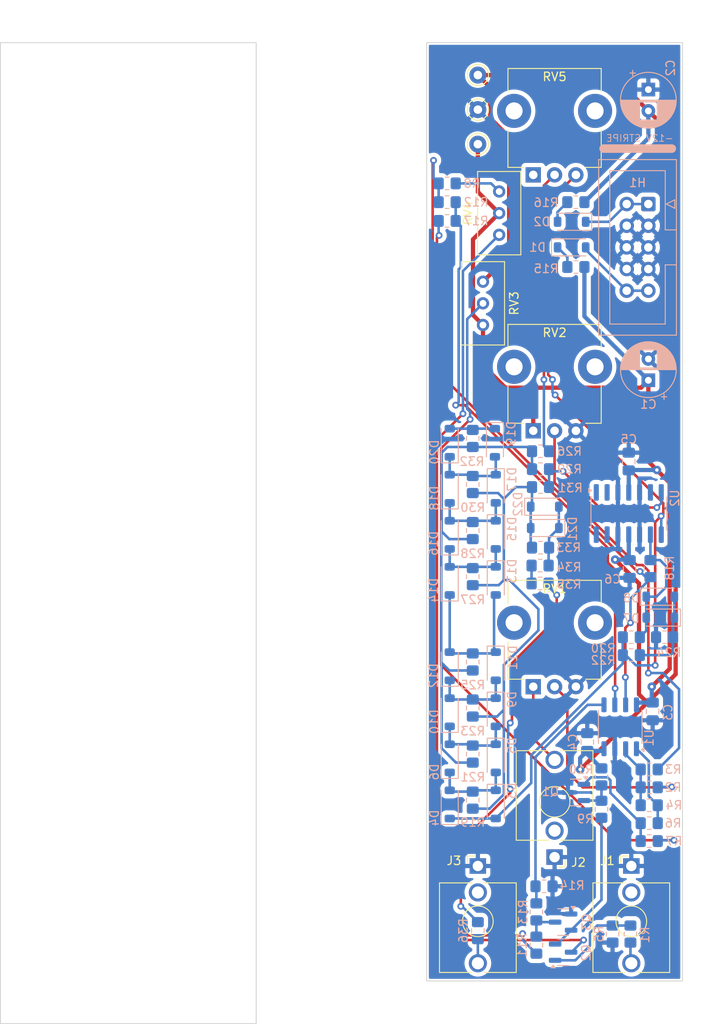
<source format=kicad_pcb>
(kicad_pcb (version 20240108) (generator "pcbnew") (generator_version "8.0")
  (layers (0 "F.Cu" signal) (31 "B.Cu" signal) (34 "B.Paste" user) (35 "F.Paste" user) (36 "B.SilkS" user "B.Silkscreen") (37 "F.SilkS" user "F.Silkscreen") (38 "B.Mask" user) (39 "F.Mask" user) (44 "Edge.Cuts" user))
  (net 0 "")
  (net 1 "+12V")
  (net 2 "GNDREF")
  (net 3 "-12V")
  (net 4 "Net-(D1-K)")
  (net 5 "Net-(D2-K)")
  (net 6 "Net-(D2-A)")
  (net 7 "Net-(D1-A)")
  (net 9 "Net-(D3-A)")
  (net 10 "Net-(D3-K)")
  (net 12 "Net-(D19-K)")
  (net 13 "Net-(D17-K)")
  (net 14 "Net-(D10-A)")
  (net 15 "Net-(D10-K)")
  (net 16 "Net-(D11-K)")
  (net 17 "Net-(D21-K)")
  (net 18 "Net-(D21-A)")
  (net 19 "Net-(J1-PadT)")
  (net 20 "Net-(J2-PadT)")
  (net 22 "Net-(J3-PadT)")
  (net 23 "Net-(Q1-E)")
  (net 24 "Net-(Q1-B)")
  (net 25 "Net-(Q2-E)")
  (net 26 "Net-(Q2-C)")
  (net 27 "Net-(Q2-B)")
  (net 28 "Net-(Q3-C)")
  (net 29 "Net-(R3-Pad1)")
  (net 30 "Net-(R7-Pad1)")
  (net 31 "Net-(R17-Pad2)")
  (net 32 "Net-(R35-Pad1)")
  (net 33 "Net-(D7-A)")
  (net 34 "Net-(D7-K)")
  (net 35 "Net-(D13-K)")
  (net 36 "Net-(D15-K)")
  (net 37 "Net-(R2-Pad1)")
  (net 38 "Net-(U1A--)")
  (net 39 "Net-(R4-Pad2)")
  (net 40 "Net-(R8-Pad2)")
  (net 41 "Net-(R11-Pad2)")
  (net 42 "Net-(R26-Pad2)")
  (net 43 "Net-(R29-Pad1)")
  (net 45 "Net-(U1B--)")
  (net 46 "Net-(U1B-+)")
  (net 47 "Net-(U2B--)")
  (net 48 "Net-(U2D--)")
  (footprint "Synth:Jack_3.5mm_QingPu_WQP-PJ398SM_Vertical_CircularHoles" (layer "F.Cu") (at 174 153)
    (property "Reference" "J1")
    (property "Value" "WAVE_INPUT")
  )
  (footprint "Connector_Pin:Pin_D1.0mm_L10.0mm" (layer "F.Cu") (at 156 53.8 180)
    (property "Reference" "TP3" (hide yes))
    (property "Value" "-12V")
  )
  (footprint "Synth:Jack_3.5mm_QingPu_WQP-PJ398SM_Vertical_CircularHoles" (layer "F.Cu") (at 165 139 180)
    (property "Reference" "J2")
    (property "Value" "CTRL_INPUT")
  )
  (footprint "Synth:Jack_3.5mm_QingPu_WQP-PJ398SM_Vertical_CircularHoles" (layer "F.Cu") (at 156 153)
    (property "Reference" "J3")
    (property "Value" "OUTPUT")
  )
  (footprint "Synth:Potentiometer_TT_P0915N" (layer "F.Cu") (at 165 118)
    (property "Reference" "RV1")
    (property "Value" "100K")
  )
  (footprint "Synth:Potentiometer_Bourns_3296W_Vertical" (layer "F.Cu") (at 156.6 83.1 -90)
    (property "Reference" "RV3")
    (property "Value" "50K")
  )
  (footprint "Synth:Potentiometer_TT_P0915N" (layer "F.Cu") (at 165 88)
    (property "Reference" "RV2")
    (property "Value" "100K")
  )
  (footprint "Synth:Potentiometer_Bourns_3296W_Vertical" (layer "F.Cu") (at 158.5 67.45 90)
    (property "Reference" "RV4")
    (property "Value" "1K")
  )
  (footprint "Synth:Potentiometer_TT_P0915N" (layer "F.Cu") (at 165 58)
    (property "Reference" "RV5")
    (property "Value" "50K")
  )
  (footprint "Connector_Pin:Pin_D1.0mm_L10.0mm" (layer "F.Cu") (at 156 57.85 180)
    (property "Reference" "TP2" (hide yes))
    (property "Value" "GND")
  )
  (footprint "Connector_Pin:Pin_D1.0mm_L10.0mm" (layer "F.Cu") (at 156 61.9 180)
    (property "Reference" "TP1" (hide yes))
    (property "Value" "+12V")
  )
  (footprint "Resistor_SMD:R_0805_2012Metric_Pad1.20x1.40mm_HandSolder" (layer "B.Cu") (at 152.4 68.7 180)
    (property "Reference" "R12")
    (property "Value" "10K [1%]")
  )
  (footprint "Resistor_SMD:R_0805_2012Metric_Pad1.20x1.40mm_HandSolder" (layer "B.Cu") (at 152.4 66.5)
    (property "Reference" "R8")
    (property "Value" "15K [1%]")
  )
  (footprint "Resistor_SMD:R_0805_2012Metric_Pad1.20x1.40mm_HandSolder" (layer "B.Cu") (at 176.1 143.6 180)
    (property "Reference" "R7")
    (property "Value" "22K")
  )
  (footprint "Resistor_SMD:R_0805_2012Metric_Pad1.20x1.40mm_HandSolder" (layer "B.Cu") (at 155.4 107.2 -90)
    (property "Reference" "R28")
    (property "Value" "15K")
  )
  (footprint "Diode_SMD:D_SOD-123" (layer "B.Cu") (at 152.7 113.1 90)
    (property "Reference" "D14")
    (property "Value" "1N4148W")
  )
  (footprint "Diode_SMD:D_SOD-123" (layer "B.Cu") (at 167 71 180)
    (property "Reference" "D2")
    (property "Value" "1N5819")
  )
  (footprint "Package_TO_SOT_SMD:SOT-23" (layer "B.Cu") (at 166 156.625)
    (property "Reference" "Q2")
    (property "Value" "BC847")
  )
  (footprint "Diode_SMD:D_SOD-123" (layer "B.Cu") (at 152.7 139.3 90)
    (property "Reference" "D4")
    (property "Value" "1N4148W")
  )
  (footprint "Resistor_SMD:R_0805_2012Metric_Pad1.20x1.40mm_HandSolder" (layer "B.Cu") (at 171.8 154.5 90)
    (property "Reference" "R5")
    (property "Value" "680R")
  )
  (footprint "Resistor_SMD:R_0805_2012Metric_Pad1.20x1.40mm_HandSolder" (layer "B.Cu") (at 155.4 122.6 -90)
    (property "Reference" "R25")
    (property "Value" "15K")
  )
  (footprint "Resistor_SMD:R_0805_2012Metric_Pad1.20x1.40mm_HandSolder" (layer "B.Cu") (at 163.35 109.2 180)
    (property "Reference" "R33")
    (property "Value" "56K")
  )
  (footprint "Resistor_SMD:R_0805_2012Metric_Pad1.20x1.40mm_HandSolder" (layer "B.Cu") (at 155.4 101.8 90)
    (property "Reference" "R30")
    (property "Value" "15K")
  )
  (footprint "Capacitor_SMD:C_0805_2012Metric_Pad1.18x1.45mm_HandSolder" (layer "B.Cu") (at 176.5 128.4 -90)
    (property "Reference" "C3")
    (property "Value" "100nF")
  )
  (footprint "Diode_SMD:D_SOD-123" (layer "B.Cu") (at 158.1 123.1 -90)
    (property "Reference" "D11")
    (property "Value" "1N4148W")
  )
  (footprint "Diode_SMD:D_SOD-123" (layer "B.Cu") (at 158.1 128.5 -90)
    (property "Reference" "D9")
    (property "Value" "1N4148W")
  )
  (footprint "Diode_SMD:D_SOD-123" (layer "B.Cu") (at 152.7 133.9 90)
    (property "Reference" "D6")
    (property "Value" "1N4148W")
  )
  (footprint "Resistor_SMD:R_0805_2012Metric_Pad1.20x1.40mm_HandSolder" (layer "B.Cu") (at 177.9 119.7)
    (property "Reference" "R24")
    (property "Value" "2K7")
  )
  (footprint "Capacitor_THT:CP_Radial_D6.3mm_P2.50mm" (layer "B.Cu") (at 176 55.5 -90)
    (property "Reference" "C2")
    (property "Value" "47uF")
  )
  (footprint "Resistor_SMD:R_0805_2012Metric_Pad1.20x1.40mm_HandSolder" (layer "B.Cu") (at 155.4 96.4 -90)
    (property "Reference" "R32")
    (property "Value" "15K")
  )
  (footprint "Diode_SMD:D_SOD-123" (layer "B.Cu") (at 152.7 102.3 90)
    (property "Reference" "D18")
    (property "Value" "1N4148W")
  )
  (footprint "Resistor_SMD:R_0805_2012Metric_Pad1.20x1.40mm_HandSolder" (layer "B.Cu") (at 167.5 68.7)
    (property "Reference" "R16")
    (property "Value" "10R")
  )
  (footprint "Resistor_SMD:R_0805_2012Metric_Pad1.20x1.40mm_HandSolder" (layer "B.Cu") (at 152.4 70.9 180)
    (property "Reference" "R17")
    (property "Value" "100K [1%]")
  )
  (footprint "Resistor_SMD:R_0805_2012Metric_Pad1.20x1.40mm_HandSolder" (layer "B.Cu") (at 167.5 76.3)
    (property "Reference" "R15")
    (property "Value" "10R")
  )
  (footprint "Diode_SMD:D_SOD-123" (layer "B.Cu") (at 177.4 114.95)
    (property "Reference" "D8")
    (property "Value" "1N4148W")
  )
  (footprint "Resistor_SMD:R_0805_2012Metric_Pad1.20x1.40mm_HandSolder" (layer "B.Cu") (at 176.1 135.2 180)
    (property "Reference" "R3")
    (property "Value" "100K")
  )
  (footprint "Diode_SMD:D_SOD-123" (layer "B.Cu") (at 158.1 107.7 -90)
    (property "Reference" "D15")
    (property "Value" "1N4148W")
  )
  (footprint "Diode_SMD:D_SOD-123" (layer "B.Cu") (at 167 74)
    (property "Reference" "D1")
    (property "Value" "1N5819")
  )
  (footprint "Diode_SMD:D_SOD-123" (layer "B.Cu") (at 158.1 113.1 -90)
    (property "Reference" "D13")
    (property "Value" "1N4148W")
  )
  (footprint "Resistor_SMD:R_0805_2012Metric_Pad1.20x1.40mm_HandSolder" (layer "B.Cu") (at 163.35 97.9)
    (property "Reference" "R26")
    (property "Value" "27K")
  )
  (footprint "Resistor_SMD:R_0805_2012Metric_Pad1.20x1.40mm_HandSolder" (layer "B.Cu") (at 163.35 100 180)
    (property "Reference" "R29")
    (property "Value" "5K6")
  )
  (footprint "Resistor_SMD:R_0805_2012Metric_Pad1.20x1.40mm_HandSolder" (layer "B.Cu") (at 155.4 128 90)
    (property "Reference" "R23")
    (property "Value" "15K")
  )
  (footprint "Resistor_SMD:R_0805_2012Metric_Pad1.20x1.40mm_HandSolder" (layer "B.Cu") (at 163.3 113.4 180)
    (property "Reference" "R35")
    (property "Value" "56K")
  )
  (footprint "Diode_SMD:D_SOD-123" (layer "B.Cu") (at 158.1 133.9 -90)
    (property "Reference" "D5")
    (property "Value" "1N4148W")
  )
  (footprint "Synth:IDC-Header_2x05_P2.54mm_Vertical" (layer "B.Cu") (at 176 68.92 180)
    (property "Reference" "H1")
    (property "Value" "Conn_02x05_PWR_Eurorack")
  )
  (footprint "Diode_SMD:D_SOD-123" (layer "B.Cu") (at 152.7 128.5 90)
    (property "Reference" "D10")
    (property "Value" "1N4148W")
  )
  (footprint "Resistor_SMD:R_0805_2012Metric_Pad1.20x1.40mm_HandSolder" (layer "B.Cu") (at 163.7625 148.9)
    (property "Reference" "R14")
    (property "Value" "100K [1%]")
  )
  (footprint "Resistor_SMD:R_0805_2012Metric_Pad1.20x1.40mm_HandSolder" (layer "B.Cu") (at 163.35 102.1)
    (property "Reference" "R31")
    (property "Value" "5K6")
  )
  (footprint "Package_TO_SOT_SMD:SOT-23" (layer "B.Cu") (at 166 153.1 180)
    (property "Reference" "Q3")
    (property "Value" "BC847")
  )
  (footprint "Resistor_SMD:R_0805_2012Metric_Pad1.20x1.40mm_HandSolder" (layer "B.Cu") (at 174 119.7 180)
    (property "Reference" "R20")
    (property "Value" "100K")
  )
  (footprint "Resistor_SMD:R_0805_2012Metric_Pad1.20x1.40mm_HandSolder" (layer "B.Cu") (at 155.4 112.6 90)
    (property "Reference" "R27")
    (property "Value" "15K")
  )
  (footprint "Resistor_SMD:R_0805_2012Metric_Pad1.20x1.40mm_HandSolder" (layer "B.Cu") (at 176.1 141.5 180)
    (property "Reference" "R6")
    (property "Value" "22K")
  )
  (footprint "Resistor_SMD:R_0805_2012Metric_Pad1.20x1.40mm_HandSolder" (layer "B.Cu") (at 176.24 111.66 90)
    (property "Reference" "R18")
    (property "Value" "100K")
  )
  (footprint "Resistor_SMD:R_0805_2012Metric_Pad1.20x1.40mm_HandSolder" (layer "B.Cu") (at 155.4 133.4 -90)
    (property "Reference" "R21")
    (property "Value" "15K")
  )
  (footprint "Package_SO:SO-8_3.9x4.9mm_P1.27mm" (layer "B.Cu") (at 172.7 130.2 90)
    (property "Reference" "U1")
    (property "Value" "TL072")
  )
  (footprint "Capacitor_SMD:C_0805_2012Metric_Pad1.18x1.45mm_HandSolder" (layer "B.Cu") (at 168.835 131.9875 -90)
    (property "Reference" "C4")
    (property "Value" "100nF")
  )
  (footprint "Capacitor_SMD:C_0805_2012Metric_Pad1.18x1.45mm_HandSolder" (layer "B.Cu") (at 173.7 99.1 90)
    (property "Reference" "C5")
    (property "Value" "100nF")
  )
  (footprint "Capacitor_THT:CP_Radial_D6.3mm_P2.50mm" (layer "B.Cu") (at 176 89.58238 90)
    (property "Reference" "C1")
    (property "Value" "47uF")
  )
  (footprint "Resistor_SMD:R_0805_2012Metric_Pad1.20x1.40mm_HandSolder" (layer "B.Cu") (at 174 121.8)
    (property "Reference" "R22")
    (property "Value" "33K")
  )
  (footprint "Diode_SMD:D_SOD-123" (layer "B.Cu") (at 163.85 106.9 180)
    (property "Reference" "D21")
    (property "Value" "1N4148W")
  )
  (footprint "Package_TO_SOT_SMD:SOT-23" (layer "B.Cu") (at 167.5 137.9 180)
    (property "Reference" "Q1")
    (property "Value" "BC847")
  )
  (footprint "Resistor_SMD:R_0805_2012Metric_Pad1.20x1.40mm_HandSolder" (layer "B.Cu") (at 156 154.1 90)
    (property "Reference" "R36")
    (property "Value" "1K")
  )
  (footprint "Diode_SMD:D_SOD-123" (layer "B.Cu") (at 177.4 117.4 180)
    (property "Reference" "D7")
    (property "Value" "1N4148W")
  )
  (footprint "Diode_SMD:D_SOD-123" (layer "B.Cu") (at 152.7 107.7 90)
    (property "Reference" "D16")
    (property "Value" "1N4148W")
  )
  (footprint "Diode_SMD:D_SOD-123" (layer "B.Cu") (at 152.7 96.9 90)
    (property "Reference" "D20")
    (property "Value" "1N4148W")
  )
  (footprint "Resistor_SMD:R_0805_2012Metric_Pad1.20x1.40mm_HandSolder" (layer "B.Cu") (at 173.9 154.5 90)
    (property "Reference" "R1")
    (property "Value" "100K")
  )
  (footprint "Capacitor_SMD:C_0805_2012Metric_Pad1.18x1.45mm_HandSolder" (layer "B.Cu") (at 173.8 111.7 90)
    (property "Reference" "C6")
    (property "Value" "100nF")
  )
  (footprint "Diode_SMD:D_SOD-123" (layer "B.Cu") (at 152.7 123.1 90)
    (property "Reference" "D12")
    (property "Value" "1N4148W")
  )
  (footprint "Package_SO:SO-14_3.9x8.65mm_P1.27mm" (layer "B.Cu") (at 173.7 105.2 -90)
    (property "Reference" "U2")
    (property "Value" "TL074")
  )
  (footprint "Resistor_SMD:R_0805_2012Metric_Pad1.20x1.40mm_HandSolder" (layer "B.Cu") (at 163.3 111.3)
    (property "Reference" "R34")
    (property "Value" "6K8")
  )
  (footprint "Diode_SMD:D_SOD-123" (layer "B.Cu") (at 158 96.9 -90)
    (property "Reference" "D19")
    (property "Value" "1N4148W")
  )
  (footprint "Resistor_SMD:R_0805_2012Metric_Pad1.20x1.40mm_HandSolder" (layer "B.Cu") (at 176.1 137.3 180)
    (property "Reference" "R2")
    (property "Value" "68K")
  )
  (footprint "Diode_SMD:D_SOD-123" (layer "B.Cu") (at 158.1 102.3 -90)
    (property "Reference" "D17")
    (property "Value" "1N4148W")
  )
  (footprint "Resistor_SMD:R_0805_2012Metric_Pad1.20x1.40mm_HandSolder" (layer "B.Cu") (at 155.4 138.8 90)
    (property "Reference" "R19")
    (property "Value" "15K")
  )
  (footprint "Diode_SMD:D_SOD-123" (layer "B.Cu") (at 163.85 104.4)
    (property "Reference" "D22")
    (property "Value" "1N4148W")
  )
  (footprint "Resistor_SMD:R_0805_2012Metric_Pad1.20x1.40mm_HandSolder" (layer "B.Cu") (at 162.8625 155.8 -90)
    (property "Reference" "R11")
    (property "Value" "15K [1%]")
  )
  (footprint "Resistor_SMD:R_0805_2012Metric_Pad1.20x1.40mm_HandSolder" (layer "B.Cu") (at 162.8625 151.9 -90)
    (property "Reference" "R13")
    (property "Value" "10K [1%]")
  )
  (footprint "Diode_SMD:D_SOD-123" (layer "B.Cu") (at 158.1 139.3 -90)
    (property "Reference" "D3")
    (property "Value" "1N4148W")
  )
  (footprint "Resistor_SMD:R_0805_2012Metric_Pad1.20x1.40mm_HandSolder" (layer "B.Cu") (at 176.1 139.4)
    (property "Reference" "R4")
    (property "Value" "100K")
  )
  (footprint "Resistor_SMD:R_0805_2012Metric_Pad1.20x1.40mm_HandSolder" (layer "B.Cu") (at 170.5 136.075 -90)
    (property "Reference" "R10")
    (property "Value" "15K")
  )
  (footprint "Resistor_SMD:R_0805_2012Metric_Pad1.20x1.40mm_HandSolder" (layer "B.Cu") (at 170.5 139.875 -90)
    (property "Reference" "R9")
    (property "Value" "33K")
  )
  (gr_rect (start 100 50) (end 130 165) (stroke (width 0.1)) (fill none) (layer "Edge.Cuts"))
  (gr_rect (start 150 50) (end 180 160) (stroke (width 0.1)) (fill none) (layer "Edge.Cuts"))
  (segment (start 155.43 73.06) (end 158.5 69.99) (width 0.5) (layer "F.Cu") (net 1))
  (segment (start 156.6 83.1) (end 155.43 81.93) (width 0.5) (layer "F.Cu") (net 1))
  (segment (start 177 100.1) (end 178.5 101.6) (width 0.5) (layer "F.Cu") (net 1))
  (segment (start 175.13238 90.45) (end 159.235176 90.45) (width 0.5) (layer "F.Cu") (net 1))
  (segment (start 156 67.49) (end 156 61.9) (width 0.5) (layer "F.Cu") (net 1))
  (segment (start 155.43 81.93) (end 155.43 73.06) (width 0.5) (layer "F.Cu") (net 1))
  (segment (start 162.5 95.5) (end 162.5 93.714824) (width 0.5) (layer "F.Cu") (net 1))
  (segment (start 177 100.1) (end 176 99.1) (width 0.5) (layer "F.Cu") (net 1))
  (segment (start 156.6 87.814824) (end 156.6 83.1) (width 0.5) (layer "F.Cu") (net 1))
  (segment (start 176 99.1) (end 176 89.58238) (width 0.5) (layer "F.Cu") (net 1))
  (segment (start 158.5 69.99) (end 156 67.49) (width 0.5) (layer "F.Cu") (net 1))
  (segment (start 178.5 123.4) (end 176.4 125.5) (width 0.5) (layer "F.Cu") (net 1))
  (segment (start 178.5 101.6) (end 178.5 123.4) (width 0.5) (layer "F.Cu") (net 1))
  (segment (start 176 89.58238) (end 175.13238 90.45) (width 0.5) (layer "F.Cu") (net 1))
  (segment (start 162.5 93.714824) (end 159.235176 90.45) (width 0.5) (layer "F.Cu") (net 1))
  (segment (start 159.235176 90.45) (end 156.6 87.814824) (width 0.5) (layer "F.Cu") (net 1))
  (via (at 176.4 125.5) (size 1) (drill 0.4) (layers "F.Cu" "B.Cu") (net 1))
  (via (at 177 100.1) (size 1) (drill 0.4) (layers "F.Cu" "B.Cu") (net 1))
  (segment (start 174.8675 127.3625) (end 174.605 127.625) (width 0.5) (layer "B.Cu") (net 1))
  (segment (start 173.7375 100.1) (end 173.7 100.1375) (width 0.5) (layer "B.Cu") (net 1))
  (segment (start 177 100.1) (end 173.7375 100.1) (width 0.5) (layer "B.Cu") (net 1))
  (segment (start 176.5 127.3625) (end 174.8675 127.3625) (width 0.5) (layer "B.Cu") (net 1))
  (segment (start 168.5 82.08238) (end 176 89.58238) (width 0.5) (layer "B.Cu") (net 1))
  (segment (start 168.5 76.3) (end 168.5 82.08238) (width 0.5) (layer "B.Cu") (net 1))
  (segment (start 176.4 127.2625) (end 176.5 127.3625) (width 0.5) (layer "B.Cu") (net 1))
  (segment (start 173.7 100.1375) (end 173.7 102.725) (width 0.5) (layer "B.Cu") (net 1))
  (segment (start 176.4 125.5) (end 176.4 127.2625) (width 0.5) (layer "B.Cu") (net 1))
  (segment (start 176 58) (end 179.2 61.2) (width 0.5) (layer "F.Cu") (net 3))
  (segment (start 179.2 124.043502) (end 176.121751 127.121751) (width 0.5) (layer "F.Cu") (net 3))
  (segment (start 179.2 61.2) (end 179.2 124.043502) (width 0.5) (layer "F.Cu") (net 3))
  (segment (start 168.043503 135.2) (end 168 135.2) (width 0.5) (layer "F.Cu") (net 3))
  (segment (start 176.121751 127.121751) (end 168.043503 135.2) (width 0.5) (layer "F.Cu") (net 3))
  (segment (start 159.67 74.95) (end 159.67 61.07) (width 0.5) (layer "F.Cu") (net 3))
  (segment (start 171.8 53.8) (end 156 53.8) (width 0.5) (layer "F.Cu") (net 3))
  (segment (start 156.6 78.02) (end 159.67 74.95) (width 0.5) (layer "F.Cu") (net 3))
  (segment (start 157.45 55.25) (end 156 53.8) (width 0.5) (layer "F.Cu") (net 3))
  (segment (start 176 58) (end 171.8 53.8) (width 0.5) (layer "F.Cu") (net 3))
  (segment (start 174.9 126.4) (end 174.9 113.4) (width 0.5) (layer "F.Cu") (net 3))
  (segment (start 159.67 61.07) (end 157.45 58.85) (width 0.5) (layer "F.Cu") (net 3))
  (segment (start 176.121751 127.121751) (end 175.621751 127.121751) (width 0.5) (layer "F.Cu") (net 3))
  (segment (start 175.621751 127.121751) (end 174.9 126.4) (width 0.5) (layer "F.Cu") (net 3))
  (segment (start 157.45 58.85) (end 157.45 55.25) (width 0.5) (layer "F.Cu") (net 3))
  (segment (start 174.9 113.4) (end 172.1 110.6) (width 0.5) (layer "F.Cu") (net 3))
  (via (at 172.1 110.6) (size 1) (drill 0.4) (layers "F.Cu" "B.Cu") (net 3))
  (via (at 168 135.2) (size 1) (drill 0.4) (layers "F.Cu" "B.Cu") (net 3))
  (segment (start 168 133.86) (end 168.835 133.025) (width 0.5) (layer "B.Cu") (net 3))
  (segment (start 168 135.2) (end 168 133.86) (width 0.5) (layer "B.Cu") (net 3))
  (segment (start 173.7 110.5625) (end 173.8 110.6625) (width 0.5) (layer "B.Cu") (net 3))
  (segment (start 173.7 107.675) (end 173.7 110.5625) (width 0.5) (layer "B.Cu") (net 3))
  (segment (start 176 61.2) (end 176 58) (width 0.5) (layer "B.Cu") (net 3))
  (segment (start 170.545 133.025) (end 170.795 132.775) (width 0.5) (layer "B.Cu") (net 3))
  (segment (start 173.7375 110.6) (end 173.8 110.6625) (width 0.5) (layer "B.Cu") (net 3))
  (segment (start 168.835 133.025) (end 168.835 133.41) (width 0.5) (layer "B.Cu") (net 3))
  (segment (start 168.835 133.41) (end 170.5 135.075) (width 0.5) (layer "B.Cu") (net 3))
  (segment (start 168.5 68.7) (end 176 61.2) (width 0.5) (layer "B.Cu") (net 3))
  (segment (start 168.835 133.025) (end 170.545 133.025) (width 0.5) (layer "B.Cu") (net 3))
  (segment (start 172.1 110.6) (end 173.7375 110.6) (width 0.5) (layer "B.Cu") (net 3))
  (segment (start 166.5 76.3) (end 166.5 75.15) (width 0.3) (layer "B.Cu") (net 4))
  (segment (start 166.5 75.15) (end 165.35 74) (width 0.3) (layer "B.Cu") (net 4))
  (segment (start 173.46 68.92) (end 176 68.92) (width 0.3) (layer "B.Cu") (net 5))
  (segment (start 171.38 71) (end 173.46 68.92) (width 0.3) (layer "B.Cu") (net 5))
  (segment (start 168.65 71) (end 171.38 71) (width 0.3) (layer "B.Cu") (net 5))
  (segment (start 165.35 71) (end 165.35 69.85) (width 0.3) (layer "B.Cu") (net 6))
  (segment (start 165.35 69.85) (end 166.5 68.7) (width 0.3) (layer "B.Cu") (net 6))
  (segment (start 173.46 79.08) (end 176 79.08) (width 0.3) (layer "B.Cu") (net 7))
  (segment (start 168.65 74) (end 168.65 74.27) (width 0.3) (layer "B.Cu") (net 7))
  (segment (start 168.65 74.27) (end 173.46 79.08) (width 0.3) (layer "B.Cu") (net 7))
  (segment (start 165.067767 91.3) (end 177.75 103.982233) (width 0.3) (layer "F.Cu") (net 9))
  (segment (start 177.75 105.25) (end 177.5 105.5) (width 0.3) (layer "F.Cu") (net 9))
  (segment (start 177.75 103.982233) (end 177.75 105.25) (width 0.3) (layer "F.Cu") (net 9))
  (segment (start 164.75 89.5) (end 164.75 89.439339) (width 0.3) (layer "F.Cu") (net 9))
  (segment (start 164.25 68.75) (end 167.5 65.5) (width 0.3) (layer "F.Cu") (net 9))
  (segment (start 177.5 105.5) (end 176.8 106.2) (width 0.3) (layer "F.Cu") (net 9))
  (segment (start 176.8 106.2) (end 176.8 123) (width 0.3) (layer "F.Cu") (net 9))
  (segment (start 164.75 89.439339) (end 164.25 88.939339) (width 0.3) (layer "F.Cu") (net 9))
  (segment (start 164.25 88.939339) (end 164.25 68.75) (width 0.3) (layer "F.Cu") (net 9))
  (via (at 164.75 89.5) (size 0.8) (drill 0.4) (layers "F.Cu" "B.Cu") (net 9))
  (via (at 176.8 123) (size 0.8) (drill 0.4) (layers "F.Cu" "B.Cu") (net 9))
  (via (at 165.067767 91.3) (size 0.8) (drill 0.4) (layers "F.Cu" "B.Cu") (net 9))
  (via (at 177.5 105.5) (size 0.8) (drill 0.4) (layers "F.Cu" "B.Cu") (net 9))
  (segment (start 173 121.8) (end 173 122.792894) (width 0.3) (layer "B.Cu") (net 9))
  (segment (start 173 122.792894) (end 162.2625 133.530394) (width 0.3) (layer "B.Cu") (net 9))
  (segment (start 177.51 105.51) (end 177.51 107.675) (width 0.3) (layer "B.Cu") (net 9))
  (segment (start 174.544544 123) (end 176.8 123) (width 0.3) (layer "B.Cu") (net 9))
  (segment (start 165.067767 91.3) (end 164.75 90.982233) (width 0.3) (layer "B.Cu") (net 9))
  (segment (start 162.2625 136.7875) (end 158.1 140.95) (width 0.3) (layer "B.Cu") (net 9))
  (segment (start 173 119.7) (end 173 121.455456) (width 0.3) (layer "B.Cu") (net 9))
  (segment (start 173 121.455456) (end 174.544544 123) (width 0.3) (layer "B.Cu") (net 9))
  (segment (start 164.75 90.982233) (end 164.75 89.5) (width 0.3) (layer "B.Cu") (net 9))
  (segment (start 162.2625 133.530394) (end 162.2625 136.7875) (width 0.3) (layer "B.Cu") (net 9))
  (segment (start 158.1 140.95) (end 152.7 140.95) (width 0.3) (layer "B.Cu") (net 9))
  (segment (start 173 119.7) (end 173 121.8) (width 0.3) (layer "B.Cu") (net 9))
  (segment (start 177.5 105.5) (end 177.51 105.51) (width 0.3) (layer "B.Cu") (net 9))
  (segment (start 152.7 135.55) (end 152.7 137.65) (width 0.3) (layer "B.Cu") (net 10))
  (segment (start 155.55 137.65) (end 155.4 137.8) (width 0.3) (layer "B.Cu") (net 10))
  (segment (start 158.1 137.65) (end 155.55 137.65) (width 0.3) (layer "B.Cu") (net 10))
  (segment (start 155.4 137.8) (end 152.85 137.8) (width 0.3) (layer "B.Cu") (net 10))
  (segment (start 152.85 137.8) (end 152.7 137.65) (width 0.3) (layer "B.Cu") (net 10))
  (segment (start 158.1 137.65) (end 158.1 135.55) (width 0.3) (layer "B.Cu") (net 10))
  (segment (start 158 95.25) (end 155.55 95.25) (width 0.3) (layer "B.Cu") (net 12))
  (segment (start 152.7 95.25) (end 155.25 95.25) (width 0.3) (layer "B.Cu") (net 12))
  (segment (start 155.25 95.25) (end 155.4 95.4) (width 0.3) (layer "B.Cu") (net 12))
  (segment (start 155.55 95.25) (end 155.4 95.4) (width 0.3) (layer "B.Cu") (net 12))
  (segment (start 158.1 100.65) (end 158.1 98.65) (width 0.3) (layer "B.Cu") (net 13))
  (segment (start 155.25 100.65) (end 155.4 100.8) (width 0.3) (layer "B.Cu") (net 13))
  (segment (start 152.7 98.55) (end 152.7 100.65) (width 0.3) (layer "B.Cu") (net 13))
  (segment (start 152.7 100.65) (end 155.25 100.65) (width 0.3) (layer "B.Cu") (net 13))
  (segment (start 155.4 100.8) (end 157.95 100.8) (width 0.3) (layer "B.Cu") (net 13))
  (segment (start 157.95 100.8) (end 158.1 100.65) (width 0.3) (layer "B.Cu") (net 13))
  (segment (start 158.1 98.65) (end 158 98.55) (width 0.3) (layer "B.Cu") (net 13))
  (segment (start 157.95 127) (end 158.1 126.85) (width 0.3) (layer "B.Cu") (net 14))
  (segment (start 152.85 127) (end 152.7 126.85) (width 0.3) (layer "B.Cu") (net 14))
  (segment (start 155.4 127) (end 152.85 127) (width 0.3) (layer "B.Cu") (net 14))
  (segment (start 158.1 124.75) (end 158.1 126.85) (width 0.3) (layer "B.Cu") (net 14))
  (segment (start 152.7 126.85) (end 152.7 124.75) (width 0.3) (layer "B.Cu") (net 14))
  (segment (start 155.4 127) (end 157.95 127) (width 0.3) (layer "B.Cu") (net 14))
  (segment (start 158.1 130.15) (end 158.1 132.25) (width 0.3) (layer "B.Cu") (net 15))
  (segment (start 155.4 132.4) (end 157.95 132.4) (width 0.3) (layer "B.Cu") (net 15))
  (segment (start 152.7 132.25) (end 152.7 130.15) (width 0.3) (layer "B.Cu") (net 15))
  (segment (start 155.25 132.25) (end 155.4 132.4) (width 0.3) (layer "B.Cu") (net 15))
  (segment (start 152.7 132.25) (end 155.25 132.25) (width 0.3) (layer "B.Cu") (net 15))
  (segment (start 157.95 132.4) (end 158.1 132.25) (width 0.3) (layer "B.Cu") (net 15))
  (segment (start 155.4 121.6) (end 152.85 121.6) (width 0.3) (layer "B.Cu") (net 16))
  (segment (start 152.7 114.75) (end 152.7 121.45) (width 0.3) (layer "B.Cu") (net 16))
  (segment (start 157.9 114.95) (end 158.1 114.75) (width 0.3) (layer "B.Cu") (net 16))
  (segment (start 158.1 121.2) (end 157.9 121) (width 0.3) (layer "B.Cu") (net 16))
  (segment (start 157.9 121) (end 157.9 114.95) (width 0.3) (layer "B.Cu") (net 16))
  (segment (start 157.95 121.6) (end 158.1 121.45) (width 0.3) (layer "B.Cu") (net 16))
  (segment (start 158.1 121.45) (end 158.1 121.2) (width 0.3) (layer "B.Cu") (net 16))
  (segment (start 152.85 121.6) (end 152.7 121.45) (width 0.3) (layer "B.Cu") (net 16))
  (segment (start 155.4 121.6) (end 157.95 121.6) (width 0.3) (layer "B.Cu") (net 16))
  (segment (start 164.3 109.25) (end 164.35 109.2) (width 0.3) (layer "B.Cu") (net 17))
  (segment (start 164.3 111.3) (end 164.3 109.25) (width 0.3) (layer "B.Cu") (net 17))
  (segment (start 165.5 104.4) (end 165.5 106.9) (width 0.3) (layer "B.Cu") (net 17))
  (segment (start 164.35 108.05) (end 165.5 106.9) (width 0.3) (layer "B.Cu") (net 17))
  (segment (start 164.35 109.2) (end 164.35 108.05) (width 0.3) (layer "B.Cu") (net 17))
  (segment (start 157.369408 139.8) (end 159.05 138.119408) (width 0.3) (layer "B.Cu") (net 18))
  (segment (start 155.4 129) (end 158.25 129) (width 0.3) (layer "B.Cu") (net 18))
  (segment (start 155.4 139.8) (end 157.369408 139.8) (width 0.3) (layer "B.Cu") (net 18))
  (segment (start 158.369408 102.8) (end 155.4 102.8) (width 0.3) (layer "B.Cu") (net 18))
  (segment (start 155.4 113.6) (end 158.45 113.6) (width 0.3) (layer "B.Cu") (net 18))
  (segment (start 163.1 116.4) (end 159.7 113) (width 0.3) (layer "B.Cu") (net 18))
  (segment (start 162.35 104.25) (end 162.2 104.4) (width 0.3) (layer "B.Cu") (net 18))
  (segment (start 159.05 138.119408) (end 159.05 128.2) (width 0.3) (layer "B.Cu") (net 18))
  (segment (start 160.430592 102.1) (end 159.05 103.480592) (width 0.3) (layer "B.Cu") (net 18))
  (segment (start 158.25 129) (end 159.05 128.2) (width 0.3) (layer "B.Cu") (net 18))
  (segment (start 162.35 102.1) (end 160.430592 102.1) (width 0.3) (layer "B.Cu") (net 18))
  (segment (start 159.05 103.480592) (end 158.369408 102.8) (width 0.3) (layer "B.Cu") (net 18))
  (segment (start 159.05 113) (end 159.05 103.480592) (width 0.3) (layer "B.Cu") (net 18))
  (segment (start 159.05 122.95) (end 163.1 118.9) (width 0.3) (layer "B.Cu") (net 18))
  (segment (start 163.1 118.9) (end 163.1 116.4) (width 0.3) (layer "B.Cu") (net 18))
  (segment (start 159.7 113) (end 159.05 113) (width 0.3) (layer "B.Cu") (net 18))
  (segment (start 158.45 113.6) (end 159.05 113) (width 0.3) (layer "B.Cu") (net 18))
  (segment (start 162.2 109.05) (end 162.35 109.2) (width 0.3) (layer "B.Cu") (net 18))
  (segment (start 159.05 128.2) (end 159.05 122.95) (width 0.3) (layer "B.Cu") (net 18))
  (segment (start 162.2 106.9) (end 162.2 109.05) (width 0.3) (layer "B.Cu") (net 18))
  (segment (start 162.35 102.1) (end 162.35 104.25) (width 0.3) (layer "B.Cu") (net 18))
  (segment (start 162.2 104.4) (end 162.2 106.9) (width 0.3) (layer "B.Cu") (net 18))
  (segment (start 173.9 157.82) (end 174 157.92) (width 0.3) (layer "B.Cu") (net 19))
  (segment (start 173.9 155.5) (end 173.9 157.82) (width 0.3) (layer "B.Cu") (net 19))
  (segment (start 162.5 125.5) (end 162.5 131.58) (width 0.3) (layer "F.Cu") (net 20))
  (segment (start 162.5 131.58) (end 165 134.08) (width 0.3) (layer "F.Cu") (net 20))
  (segment (start 156 155.1) (end 156 157.92) (width 0.3) (layer "B.Cu") (net 22))
  (segment (start 170.475 138.85) (end 170.5 138.875) (width 0.3) (layer "B.Cu") (net 23))
  (segment (start 168.4375 138.85) (end 170.475 138.85) (width 0.3) (layer "B.Cu") (net 23))
  (segment (start 170.5 137.075) (end 170.5 138.875) (width 0.3) (layer "B.Cu") (net 23))
  (segment (start 171.55 136.469544) (end 171.205456 136.125) (width 0.3) (layer "B.Cu") (net 24))
  (segment (start 169.2625 136.125) (end 168.4375 136.95) (width 0.3) (layer "B.Cu") (net 24))
  (segment (start 175.1 143.6) (end 175.1 141.5) (width 0.3) (layer "B.Cu") (net 24))
  (segment (start 171.55 137.95) (end 171.55 136.469544) (width 0.3) (layer "B.Cu") (net 24))
  (segment (start 171.205456 136.125) (end 169.2625 136.125) (width 0.3) (layer "B.Cu") (net 24))
  (segment (start 175.1 141.5) (end 171.55 137.95) (width 0.3) (layer "B.Cu") (net 24))
  (segment (start 170.5 150.4875) (end 170.5 140.875) (width 0.3) (layer "B.Cu") (net 25))
  (segment (start 166.9375 154.05) (end 170.5 150.4875) (width 0.3) (layer "B.Cu") (net 25))
  (segment (start 165.3125 155.675) (end 166.9375 154.05) (width 0.3) (layer "B.Cu") (net 25))
  (segment (start 165.0625 155.675) (end 165.3125 155.675) (width 0.3) (layer "B.Cu") (net 25))
  (segment (start 150.7 63.9) (end 150.8 63.8) (width 0.3) (layer "F.Cu") (net 26))
  (segment (start 168.4 155.2) (end 152.4 155.2) (width 0.3) (layer "F.Cu") (net 26))
  (segment (start 152.4 155.2) (end 150.7 153.5) (width 0.3) (layer "F.Cu") (net 26))
  (segment (start 150.7 153.5) (end 150.7 63.9) (width 0.3) (layer "F.Cu") (net 26))
  (via (at 150.8 63.8) (size 0.8) (drill 0.4) (layers "F.Cu" "B.Cu") (net 26))
  (via (at 168.4 155.2) (size 0.8) (drill 0.4) (layers "F.Cu" "B.Cu") (net 26))
  (segment (start 166.975 156.625) (end 168.4 155.2) (width 0.3) (layer "B.Cu") (net 26))
  (segment (start 151.4 66.5) (end 151.4 68.7) (width 0.3) (layer "B.Cu") (net 26))
  (segment (start 150.8 65.9) (end 151.4 66.5) (width 0.3) (layer "B.Cu") (net 26))
  (segment (start 150.8 63.8) (end 150.8 65.9) (width 0.3) (layer "B.Cu") (net 26))
  (segment (start 166.9375 156.625) (end 166.975 156.625) (width 0.3) (layer "B.Cu") (net 26))
  (segment (start 167.436262 157.575) (end 165.0625 157.575) (width 0.3) (layer "B.Cu") (net 27))
  (segment (start 169.15 154.35) (end 169.15 155.861262) (width 0.3) (layer "B.Cu") (net 27))
  (segment (start 173.9 153.5) (end 171.8 153.5) (width 0.3) (layer "B.Cu") (net 27))
  (segment (start 170 153.5) (end 169.15 154.35) (width 0.3) (layer "B.Cu") (net 27))
  (segment (start 171.8 153.5) (end 170 153.5) (width 0.3) (layer "B.Cu") (net 27))
  (segment (start 169.15 155.861262) (end 167.436262 157.575) (width 0.3) (layer "B.Cu") (net 27))
  (segment (start 163.0625 153.1) (end 162.8625 152.9) (width 0.3) (layer "B.Cu") (net 28))
  (segment (start 165.0625 153.1) (end 163.0625 153.1) (width 0.3) (layer "B.Cu") (net 28))
  (segment (start 162.8625 154.8) (end 162.8625 152.9) (width 0.3) (layer "B.Cu") (net 28))
  (segment (start 165 95.5) (end 165 101.590812) (width 0.3) (layer "F.Cu") (net 29))
  (segment (start 165 101.590812) (end 174.648112 111.238924) (width 0.3) (layer "F.Cu") (net 29))
  (segment (start 176 111.906203) (end 176 123.9) (width 0.3) (layer "F.Cu") (net 29))
  (segment (start 174.648112 111.238924) (end 175.332721 111.238924) (width 0.3) (layer "F.Cu") (net 29))
  (segment (start 175.332721 111.238924) (end 176 111.906203) (width 0.3) (layer "F.Cu") (net 29))
  (via (at 176 123.9) (size 0.8) (drill 0.4) (layers "F.Cu" "B.Cu") (net 29))
  (segment (start 176 123.9) (end 177.7 123.9) (width 0.3) (layer "B.Cu") (net 29))
  (segment (start 177.7 123.9) (end 179.6 125.8) (width 0.3) (layer "B.Cu") (net 29))
  (segment (start 179.6 125.8) (end 179.6 132.7) (width 0.3) (layer "B.Cu") (net 29))
  (segment (start 179.6 132.7) (end 177.1 135.2) (width 0.3) (layer "B.Cu") (net 29))
  (segment (start 151.7 97.55) (end 151.7 122.990556) (width 0.3) (layer "F.Cu") (net 30))
  (segment (start 151.7 122.990556) (end 172.209444 143.5) (width 0.3) (layer "F.Cu") (net 30))
  (segment (start 155.092157 94.157843) (end 151.7 97.55) (width 0.3) (layer "F.Cu") (net 30))
  (segment (start 172.209444 143.5) (end 179 143.5) (width 0.3) (layer "F.Cu") (net 30))
  (via (at 155.092157 94.157843) (size 0.8) (drill 0.4) (layers "F.Cu" "B.Cu") (net 30))
  (via (at 179 143.5) (size 0.8) (drill 0.4) (layers "F.Cu" "B.Cu") (net 30))
  (segment (start 179 143.5) (end 177.2 143.5) (width 0.3) (layer "B.Cu") (net 30))
  (segment (start 154.75 82.41) (end 154.75 92.939339) (width 0.3) (layer "B.Cu") (net 30))
  (segment (start 155.092157 93.281496) (end 155.092157 94.157843) (width 0.3) (layer "B.Cu") (net 30))
  (segment (start 156.6 80.56) (end 154.75 82.41) (width 0.3) (layer "B.Cu") (net 30))
  (segment (start 154.75 92.939339) (end 155.092157 93.281496) (width 0.3) (layer "B.Cu") (net 30))
  (segment (start 177.2 143.5) (end 177.1 143.6) (width 0.3) (layer "B.Cu") (net 30))
  (segment (start 151.2 72.85) (end 151.45 72.6) (width 0.3) (layer "F.Cu") (net 31))
  (segment (start 151.2 88.497918) (end 151.2 72.85) (width 0.3) (layer "F.Cu") (net 31))
  (segment (start 173.9 118) (end 173.3 118.6) (width 0.3) (layer "F.Cu") (net 31))
  (segment (start 174.691006 111.988924) (end 151.2 88.497918) (width 0.3) (layer "F.Cu") (net 31))
  (segment (start 173.3 118.6) (end 173.3 124.4) (width 0.3) (layer "F.Cu") (net 31))
  (segment (start 175.02206 111.988924) (end 174.691006 111.988924) (width 0.3) (layer "F.Cu") (net 31))
  (via (at 173.3 124.4) (size 0.8) (drill 0.4) (layers "F.Cu" "B.Cu") (net 31))
  (via (at 173.9 118) (size 0.8) (drill 0.4) (layers "F.Cu" "B.Cu") (net 31))
  (via (at 175.02206 111.988924) (size 0.8) (drill 0.4) (layers "F.Cu" "B.Cu") (net 31))
  (via (at 151.45 72.6) (size 0.8) (drill 0.4) (layers "F.Cu" "B.Cu") (net 31))
  (segment (start 175.693136 112.66) (end 176.24 112.66) (width 0.3) (layer "B.Cu") (net 31))
  (segment (start 173.335 124.435) (end 173.3 124.4) (width 0.3) (layer "B.Cu") (net 31))
  (segment (start 173.335 127.625) (end 173.335 124.435) (width 0.3) (layer "B.Cu") (net 31))
  (segment (start 151.4 72.55) (end 151.45 72.6) (width 0.3) (layer "B.Cu") (net 31))
  (segment (start 176.24 112.835) (end 176.24 112.66) (width 0.3) (layer "B.Cu") (net 31))
  (segment (start 175.02206 111.988924) (end 175.693136 112.66) (width 0.3) (layer "B.Cu") (net 31))
  (segment (start 173.9 118) (end 173.9 115.175) (width 0.3) (layer "B.Cu") (net 31))
  (segment (start 151.4 70.9) (end 151.4 72.55) (width 0.3) (layer "B.Cu") (net 31))
  (segment (start 173.9 115.175) (end 176.24 112.835) (width 0.3) (layer "B.Cu") (net 31))
  (segment (start 165.25 117.5) (end 165.25 114.75) (width 0.3) (layer "F.Cu") (net 32))
  (segment (start 159.8 137.5) (end 159.8 137.95) (width 0.3) (layer "F.Cu") (net 32))
  (segment (start 159.8 137.95) (end 154 143.75) (width 0.3) (layer "F.Cu") (net 32))
  (segment (start 154 143.75) (end 154 151.25) (width 0.3) (layer "F.Cu") (net 32))
  (segment (start 160 122.75) (end 165.25 117.5) (width 0.3) (layer "F.Cu") (net 32))
  (segment (start 159.8 129.75) (end 160 129.55) (width 0.3) (layer "F.Cu") (net 32))
  (segment (start 160 129.55) (end 160 122.75) (width 0.3) (layer "F.Cu") (net 32))
  (via (at 159.8 129.75) (size 0.8) (drill 0.4) (layers "F.Cu" "B.Cu") (net 32))
  (via (at 154 151.25) (size 0.8) (drill 0.4) (layers "F.Cu" "B.Cu") (net 32))
  (via (at 159.8 137.5) (size 0.8) (drill 0.4) (layers "F.Cu" "B.Cu") (net 32))
  (via (at 165.25 114.75) (size 0.8) (drill 0.4) (layers "F.Cu" "B.Cu") (net 32))
  (segment (start 159.8 129.75) (end 159.55 130) (width 0.3) (layer "B.Cu") (net 32))
  (segment (start 164.3 113.8) (end 165.25 114.75) (width 0.3) (layer "B.Cu") (net 32))
  (segment (start 159.55 137.25) (end 159.8 137.5) (width 0.3) (layer "B.Cu") (net 32))
  (segment (start 164.3 113.4) (end 164.3 113.8) (width 0.3) (layer "B.Cu") (net 32))
  (segment (start 154.15 151.25) (end 156 153.1) (width 0.3) (layer "B.Cu") (net 32))
  (segment (start 159.55 130) (end 159.55 137.25) (width 0.3) (layer "B.Cu") (net 32))
  (segment (start 154 151.25) (end 154.15 151.25) (width 0.3) (layer "B.Cu") (net 32))
  (segment (start 177.370661 110.66) (end 176.24 110.66) (width 0.3) (layer "B.Cu") (net 33))
  (segment (start 175.75 114.95) (end 175.75 117.4) (width 0.3) (layer "B.Cu") (net 33))
  (segment (start 175.75 114.95) (end 176.95 114.95) (width 0.3) (layer "B.Cu") (net 33))
  (segment (start 176.95 114.95) (end 178.1 113.8) (width 0.3) (layer "B.Cu") (net 33))
  (segment (start 178.1 111.389339) (end 177.370661 110.66) (width 0.3) (layer "B.Cu") (net 33))
  (segment (start 175.75 118.95) (end 175 119.7) (width 0.3) (layer "B.Cu") (net 33))
  (segment (start 176.24 110.66) (end 176.24 107.675) (width 0.3) (layer "B.Cu") (net 33))
  (segment (start 175.75 117.4) (end 175.75 118.95) (width 0.3) (layer "B.Cu") (net 33))
  (segment (start 178.1 113.8) (end 178.1 111.389339) (width 0.3) (layer "B.Cu") (net 33))
  (segment (start 178.6 121.8) (end 175 121.8) (width 0.3) (layer "B.Cu") (net 34))
  (segment (start 178.9 119.7) (end 178.9 121.5) (width 0.3) (layer "B.Cu") (net 34))
  (segment (start 178.9 117.55) (end 179.05 117.4) (width 0.3) (layer "B.Cu") (net 34))
  (segment (start 178.9 121.5) (end 178.6 121.8) (width 0.3) (layer "B.Cu") (net 34))
  (segment (start 179.05 117.4) (end 179.05 114.95) (width 0.3) (layer "B.Cu") (net 34))
  (segment (start 178.9 119.7) (end 178.9 117.55) (width 0.3) (layer "B.Cu") (net 34))
  (segment (start 152.7 109.35) (end 152.7 111.45) (width 0.3) (layer "B.Cu") (net 35))
  (segment (start 155.55 111.45) (end 155.4 111.6) (width 0.3) (layer "B.Cu") (net 35))
  (segment (start 155.25 111.45) (end 155.4 111.6) (width 0.3) (layer "B.Cu") (net 35))
  (segment (start 158.1 109.35) (end 158.1 111.45) (width 0.3) (layer "B.Cu") (net 35))
  (segment (start 152.7 111.45) (end 155.25 111.45) (width 0.3) (layer "B.Cu") (net 35))
  (segment (start 158.1 111.45) (end 155.55 111.45) (width 0.3) (layer "B.Cu") (net 35))
  (segment (start 155.55 106.05) (end 155.4 106.2) (width 0.3) (layer "B.Cu") (net 36))
  (segment (start 158.1 106.05) (end 155.55 106.05) (width 0.3) (layer "B.Cu") (net 36))
  (segment (start 152.7 106.05) (end 155.25 106.05) (width 0.3) (layer "B.Cu") (net 36))
  (segment (start 152.7 106.05) (end 152.7 103.95) (width 0.3) (layer "B.Cu") (net 36))
  (segment (start 158.1 103.95) (end 158.1 106.05) (width 0.3) (layer "B.Cu") (net 36))
  (segment (start 155.25 106.05) (end 155.4 106.2) (width 0.3) (layer "B.Cu") (net 36))
  (segment (start 178.75 137.25) (end 178.7 137.3) (width 0.3) (layer "F.Cu") (net 37))
  (segment (start 178.7 137.3) (end 168.3 137.3) (width 0.3) (layer "F.Cu") (net 37))
  (segment (start 168.3 137.3) (end 166.5 135.5) (width 0.3) (layer "F.Cu") (net 37))
  (segment (start 166.5 135.5) (end 166.5 127) (width 0.3) (layer "F.Cu") (net 37))
  (segment (start 166.5 127) (end 165 125.5) (width 0.3) (layer "F.Cu") (net 37))
  (via (at 178.75 137.25) (size 0.8) (drill 0.4) (layers "F.Cu" "B.Cu") (net 37))
  (segment (start 178.75 137.25) (end 177.15 137.25) (width 0.3) (layer "B.Cu") (net 37))
  (segment (start 177.15 137.25) (end 177.1 137.3) (width 0.3) (layer "B.Cu") (net 37))
  (segment (start 173.335 133.665) (end 173.335 132.775) (width 0.3) (layer "B.Cu") (net 38))
  (segment (start 175.1 139.4) (end 175.1 137.3) (width 0.3) (layer "B.Cu") (net 38))
  (segment (start 175.1 135.2) (end 173.335 133.435) (width 0.3) (layer "B.Cu") (net 38))
  (segment (start 175.1 135.2) (end 175.1 137.3) (width 0.3) (layer "B.Cu") (net 38))
  (segment (start 173.335 133.435) (end 173.335 132.775) (width 0.3) (layer "B.Cu") (net 38))
  (segment (start 174.605 133.321262) (end 174.605 132.775) (width 0.3) (layer "B.Cu") (net 39))
  (segment (start 177.1 139.4) (end 177.1 141.5) (width 0.3) (layer "B.Cu") (net 39))
  (segment (start 176.05 138.35) (end 176.05 134.22) (width 0.3) (layer "B.Cu") (net 39))
  (segment (start 177.1 139.4) (end 176.05 138.35) (width 0.3) (layer "B.Cu") (net 39))
  (segment (start 176.05 134.22) (end 174.605 132.775) (width 0.3) (layer "B.Cu") (net 39))
  (segment (start 157.55 66.5) (end 158.5 67.45) (width 0.3) (layer "B.Cu") (net 40))
  (segment (start 153.4 66.5) (end 157.55 66.5) (width 0.3) (layer "B.Cu") (net 40))
  (segment (start 152.560698 154.653592) (end 161.046408 154.653592) (width 0.3) (layer "F.Cu") (net 41))
  (segment (start 151.2 96.55) (end 151.2 153.292894) (width 0.3) (layer "F.Cu") (net 41))
  (segment (start 161.046408 154.653592) (end 161.25 154.45) (width 0.3) (layer "F.Cu") (net 41))
  (segment (start 151.2 153.292894) (end 152.560698 154.653592) (width 0.3) (layer "F.Cu") (net 41))
  (segment (start 154.25 93.5) (end 151.2 96.55) (width 0.3) (layer "F.Cu") (net 41))
  (via (at 154.25 93.5) (size 0.8) (drill 0.4) (layers "F.Cu" "B.Cu") (net 41))
  (via (at 161.25 154.45) (size 0.8) (drill 0.4) (layers "F.Cu" "B.Cu") (net 41))
  (segment (start 161.25 155.1875) (end 161.25 154.45) (width 0.3) (layer "B.Cu") (net 41))
  (segment (start 158.5 72.53) (end 154.25 76.78) (width 0.3) (layer "B.Cu") (net 41))
  (segment (start 162.8625 156.8) (end 161.25 155.1875) (width 0.3) (layer "B.Cu") (net 41))
  (segment (start 154.25 76.78) (end 154.25 93.5) (width 0.3) (layer "B.Cu") (net 41))
  (segment (start 165 65.5) (end 163.75 66.75) (width 0.3) (layer "F.Cu") (net 42))
  (segment (start 163.75 66.75) (end 163.75 89.5) (width 0.3) (layer "F.Cu") (net 42))
  (via (at 163.75 89.5) (size 0.8) (drill 0.4) (layers "F.Cu" "B.Cu") (net 42))
  (segment (start 163.75 97.3) (end 164.35 97.9) (width 0.3) (layer "B.Cu") (net 42))
  (segment (start 163.75 89.5) (end 163.75 97.3) (width 0.3) (layer "B.Cu") (net 42))
  (segment (start 170.25 104.5) (end 166 100.25) (width 0.3) (layer "F.Cu") (net 43))
  (segment (start 177 104.5) (end 170.25 104.5) (width 0.3) (layer "F.Cu") (net 43))
  (via (at 166 100.25) (size 0.8) (drill 0.4) (layers "F.Cu" "B.Cu") (net 43))
  (via (at 177 104.5) (size 0.8) (drill 0.4) (layers "F.Cu" "B.Cu") (net 43))
  (segment (start 164.35 100) (end 164.35 102.1) (width 0.3) (layer "B.Cu") (net 43))
  (segment (start 177.51 103.99) (end 177.51 102.725) (width 0.3) (layer "B.Cu") (net 43))
  (segment (start 164.6 100.25) (end 164.35 100) (width 0.3) (layer "B.Cu") (net 43))
  (segment (start 166 100.25) (end 164.6 100.25) (width 0.3) (layer "B.Cu") (net 43))
  (segment (start 177 104.5) (end 177.51 103.99) (width 0.3) (layer "B.Cu") (net 43))
  (segment (start 171.25 110.952082) (end 172.1 111.802082) (width 0.3) (layer "F.Cu") (net 45))
  (segment (start 154.494976 92.5) (end 171.25 109.255024) (width 0.3) (layer "F.Cu") (net 45))
  (segment (start 153.4 92.5) (end 154.494976 92.5) (width 0.3) (layer "F.Cu") (net 45))
  (segment (start 171.25 109.255024) (end 171.25 110.952082) (width 0.3) (layer "F.Cu") (net 45))
  (segment (start 172.1 111.802082) (end 172.1 125.7) (width 0.3) (layer "F.Cu") (net 45))
  (via (at 172.1 125.7) (size 0.8) (drill 0.4) (layers "F.Cu" "B.Cu") (net 45))
  (via (at 153.4 92.5) (size 0.8) (drill 0.4) (layers "F.Cu" "B.Cu") (net 45))
  (segment (start 172.1 125.7) (end 172.1 127.59) (width 0.3) (layer "B.Cu") (net 45))
  (segment (start 154 71.5) (end 154 76.322893) (width 0.3) (layer "B.Cu") (net 45))
  (segment (start 154 76.322893) (end 153.75 76.572893) (width 0.3) (layer "B.Cu") (net 45))
  (segment (start 153.75 76.572893) (end 153.75 92.15) (width 0.3) (layer "B.Cu") (net 45))
  (segment (start 153.4 70.9) (end 154 71.5) (width 0.3) (layer "B.Cu") (net 45))
  (segment (start 172.1 127.59) (end 172.065 127.625) (width 0.3) (layer "B.Cu") (net 45))
  (segment (start 153.75 92.15) (end 153.4 92.5) (width 0.3) (layer "B.Cu") (net 45))
  (segment (start 153.4 68.7) (end 153.4 70.9) (width 0.3) (layer "B.Cu") (net 45))
  (segment (start 168.875 127.625) (end 170.795 127.625) (width 0.3) (layer "B.Cu") (net 46))
  (segment (start 162.7625 133.7375) (end 168.875 127.625) (width 0.3) (layer "B.Cu") (net 46))
  (segment (start 162.8625 150.9) (end 162.8625 149) (width 0.3) (layer "B.Cu") (net 46))
  (segment (start 162.8625 149) (end 162.7625 148.9) (width 0.3) (layer "B.Cu") (net 46))
  (segment (start 162.7625 148.9) (end 162.7625 133.7375) (width 0.3) (layer "B.Cu") (net 46))
  (segment (start 152.430592 97.4) (end 155.4 97.4) (width 0.3) (layer "B.Cu") (net 47))
  (segment (start 152.65 123.6) (end 151.75 122.7) (width 0.3) (layer "B.Cu") (net 47))
  (segment (start 155.4 108.2) (end 152.65 108.2) (width 0.3) (layer "B.Cu") (net 47))
  (segment (start 155.4 134.4) (end 153.430592 134.4) (width 0.3) (layer "B.Cu") (net 47))
  (segment (start 155.4 123.6) (end 152.65 123.6) (width 0.3) (layer "B.Cu") (net 47))
  (segment (start 151.75 98.080592) (end 152.430592 97.4) (width 0.3) (layer "B.Cu") (net 47))
  (segment (start 151.7 122.65) (end 151.7 107.35) (width 0.3) (layer "B.Cu") (net 47))
  (segment (start 152.65 108.2) (end 151.75 107.3) (width 0.3) (layer "B.Cu") (net 47))
  (segment (start 153.430592 134.4) (end 151.75 132.719408) (width 0.3) (layer "B.Cu") (net 47))
  (segment (start 162.35 97.9) (end 161.85 97.4) (width 0.3) (layer "B.Cu") (net 47))
  (segment (start 162.35 97.9) (end 162.35 100) (width 0.3) (layer "B.Cu") (net 47))
  (segment (start 151.75 122.7) (end 151.7 122.65) (width 0.3) (layer "B.Cu") (net 47))
  (segment (start 161.85 97.4) (end 155.4 97.4) (width 0.3) (layer "B.Cu") (net 47))
  (segment (start 151.75 107.3) (end 151.75 98.080592) (width 0.3) (layer "B.Cu") (net 47))
  (segment (start 151.7 107.35) (end 151.75 107.3) (width 0.3) (layer "B.Cu") (net 47))
  (segment (start 151.75 132.719408) (end 151.75 122.7) (width 0.3) (layer "B.Cu") (net 47))
  (segment (start 162.3 113.4) (end 162.3 111.3) (width 0.3) (layer "B.Cu") (net 48))
  (zone (net 2) (net_name "GNDREF") (layer "B.Cu") (connect_pads (clearance 0.5)) (min_thickness 0.25) (fill yes (thermal_gap 0.5) (thermal_bridge_width 0.5))
    (polygon (pts (xy 145 45) (xy 185 45) (xy 185 165) (xy 145 165)))
  )
)
</source>
